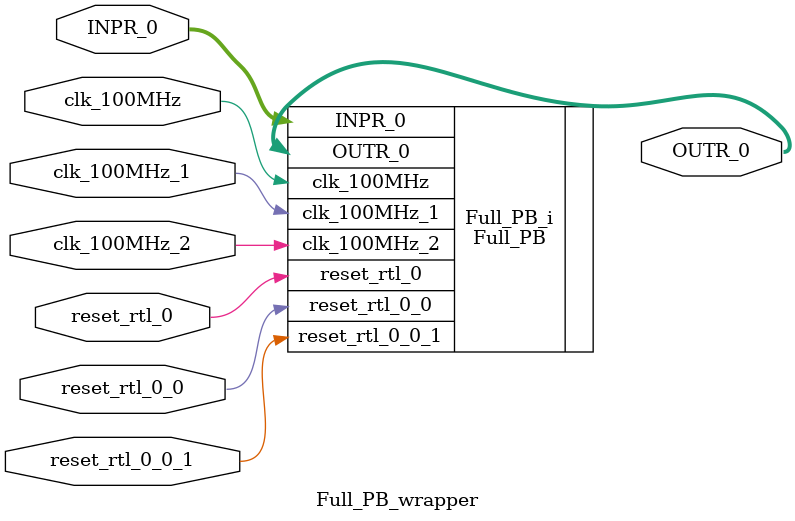
<source format=v>
`timescale 1 ps / 1 ps

module Full_PB_wrapper
   (INPR_0,
    OUTR_0,
    clk_100MHz,
    clk_100MHz_1,
    clk_100MHz_2,
    reset_rtl_0,
    reset_rtl_0_0,
    reset_rtl_0_0_1);
  input [7:0]INPR_0;
  output [7:0]OUTR_0;
  input clk_100MHz;
  input clk_100MHz_1;
  input clk_100MHz_2;
  input reset_rtl_0;
  input reset_rtl_0_0;
  input reset_rtl_0_0_1;

  wire [7:0]INPR_0;
  wire [7:0]OUTR_0;
  wire clk_100MHz;
  wire clk_100MHz_1;
  wire clk_100MHz_2;
  wire reset_rtl_0;
  wire reset_rtl_0_0;
  wire reset_rtl_0_0_1;

  Full_PB Full_PB_i
       (.INPR_0(INPR_0),
        .OUTR_0(OUTR_0),
        .clk_100MHz(clk_100MHz),
        .clk_100MHz_1(clk_100MHz_1),
        .clk_100MHz_2(clk_100MHz_2),
        .reset_rtl_0(reset_rtl_0),
        .reset_rtl_0_0(reset_rtl_0_0),
        .reset_rtl_0_0_1(reset_rtl_0_0_1));
endmodule

</source>
